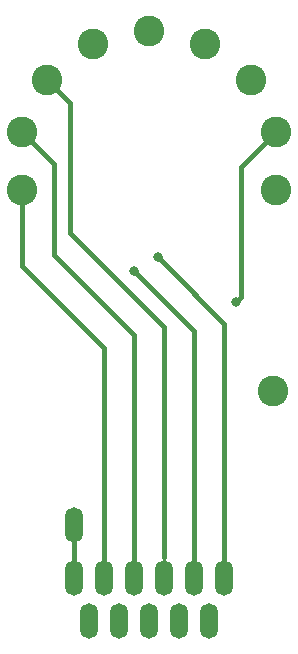
<source format=gbr>
G04 #@! TF.GenerationSoftware,KiCad,Pcbnew,(5.1.4)-1*
G04 #@! TF.CreationDate,2022-04-04T21:48:15-04:00*
G04 #@! TF.ProjectId,CR23 adapter,43523233-2061-4646-9170-7465722e6b69,rev?*
G04 #@! TF.SameCoordinates,Original*
G04 #@! TF.FileFunction,Copper,L1,Top*
G04 #@! TF.FilePolarity,Positive*
%FSLAX46Y46*%
G04 Gerber Fmt 4.6, Leading zero omitted, Abs format (unit mm)*
G04 Created by KiCad (PCBNEW (5.1.4)-1) date 2022-04-04 21:48:15*
%MOMM*%
%LPD*%
G04 APERTURE LIST*
%ADD10O,1.500000X3.000000*%
%ADD11C,2.600000*%
%ADD12C,0.800000*%
%ADD13C,0.400000*%
%ADD14C,0.250000*%
G04 APERTURE END LIST*
D10*
X70165800Y-75190200D03*
X67625800Y-75190200D03*
X65085800Y-75190200D03*
X62545800Y-75190200D03*
X60005800Y-75190200D03*
D11*
X65054800Y-25265800D03*
X60284800Y-26355800D03*
X56454800Y-29405800D03*
X54334800Y-33815800D03*
X54334800Y-38715800D03*
X69824800Y-26355800D03*
X73654800Y-29405800D03*
X75774800Y-33815800D03*
X75774800Y-38715800D03*
X75554800Y-55765800D03*
D10*
X71435800Y-71583400D03*
X68895800Y-71583400D03*
X66355800Y-71583400D03*
X63815800Y-71583400D03*
X61275800Y-71583400D03*
X58735800Y-71583400D03*
X58723200Y-67049600D03*
D12*
X72400000Y-48200000D03*
X65800000Y-44400000D03*
X63800000Y-45600000D03*
D13*
X72800000Y-36790600D02*
X75774800Y-33815800D01*
X72800000Y-47400000D02*
X72800000Y-36790600D01*
X72800000Y-47400000D02*
X72800000Y-47800000D01*
X72800000Y-47800000D02*
X72400000Y-48200000D01*
X71435800Y-50035800D02*
X66600000Y-45200000D01*
X71435800Y-71583400D02*
X71435800Y-50035800D01*
X66600000Y-45200000D02*
X65800000Y-44400000D01*
X68895800Y-50695800D02*
X64600000Y-46400000D01*
X68895800Y-71583400D02*
X68895800Y-50695800D01*
X64600000Y-46400000D02*
X63800000Y-45600000D01*
X66355800Y-50355800D02*
X58400000Y-42400000D01*
X58400000Y-31351000D02*
X56454800Y-29405800D01*
X58400000Y-42400000D02*
X58400000Y-31351000D01*
X66355800Y-69833400D02*
X66355800Y-50355800D01*
D14*
X66355800Y-71583400D02*
X66355800Y-69833400D01*
D13*
X57000000Y-36481000D02*
X54334800Y-33815800D01*
X57000000Y-44200000D02*
X57000000Y-36481000D01*
X63815800Y-51015800D02*
X57000000Y-44200000D01*
X63815800Y-71583400D02*
X63815800Y-51015800D01*
X54334800Y-45134800D02*
X54334800Y-38715800D01*
X61275800Y-52075800D02*
X54334800Y-45134800D01*
X61275800Y-71583400D02*
X61275800Y-52075800D01*
D14*
X58735800Y-67062200D02*
X58723200Y-67049600D01*
D13*
X58735800Y-71583400D02*
X58735800Y-67062200D01*
M02*

</source>
